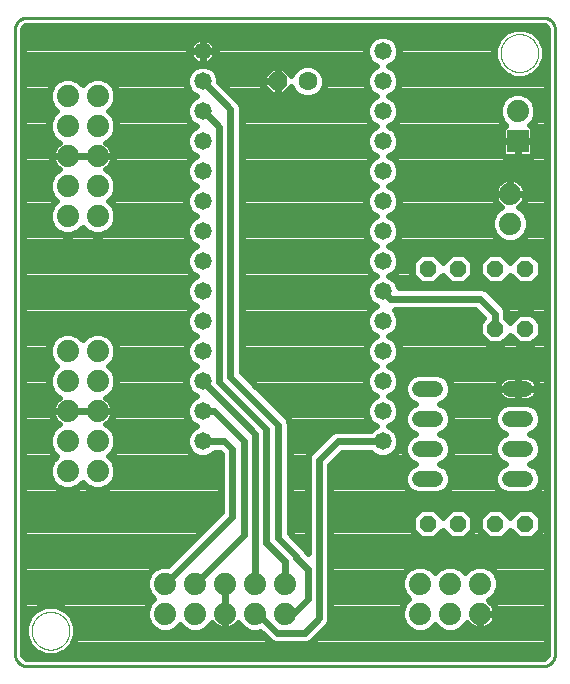
<source format=gtl>
G75*
%MOIN*%
%OFA0B0*%
%FSLAX25Y25*%
%IPPOS*%
%LPD*%
%AMOC8*
5,1,8,0,0,1.08239X$1,22.5*
%
%ADD10C,0.00000*%
%ADD11C,0.01000*%
%ADD12C,0.07400*%
%ADD13C,0.05800*%
%ADD14OC8,0.06300*%
%ADD15C,0.06300*%
%ADD16OC8,0.05200*%
%ADD17R,0.07400X0.07400*%
%ADD18C,0.05200*%
%ADD19C,0.02400*%
D10*
X0012712Y0019011D02*
X0012714Y0019169D01*
X0012720Y0019327D01*
X0012730Y0019485D01*
X0012744Y0019643D01*
X0012762Y0019800D01*
X0012783Y0019957D01*
X0012809Y0020113D01*
X0012839Y0020269D01*
X0012872Y0020424D01*
X0012910Y0020577D01*
X0012951Y0020730D01*
X0012996Y0020882D01*
X0013045Y0021033D01*
X0013098Y0021182D01*
X0013154Y0021330D01*
X0013214Y0021476D01*
X0013278Y0021621D01*
X0013346Y0021764D01*
X0013417Y0021906D01*
X0013491Y0022046D01*
X0013569Y0022183D01*
X0013651Y0022319D01*
X0013735Y0022453D01*
X0013824Y0022584D01*
X0013915Y0022713D01*
X0014010Y0022840D01*
X0014107Y0022965D01*
X0014208Y0023087D01*
X0014312Y0023206D01*
X0014419Y0023323D01*
X0014529Y0023437D01*
X0014642Y0023548D01*
X0014757Y0023657D01*
X0014875Y0023762D01*
X0014996Y0023864D01*
X0015119Y0023964D01*
X0015245Y0024060D01*
X0015373Y0024153D01*
X0015503Y0024243D01*
X0015636Y0024329D01*
X0015771Y0024413D01*
X0015907Y0024492D01*
X0016046Y0024569D01*
X0016187Y0024641D01*
X0016329Y0024711D01*
X0016473Y0024776D01*
X0016619Y0024838D01*
X0016766Y0024896D01*
X0016915Y0024951D01*
X0017065Y0025002D01*
X0017216Y0025049D01*
X0017368Y0025092D01*
X0017521Y0025131D01*
X0017676Y0025167D01*
X0017831Y0025198D01*
X0017987Y0025226D01*
X0018143Y0025250D01*
X0018300Y0025270D01*
X0018458Y0025286D01*
X0018615Y0025298D01*
X0018774Y0025306D01*
X0018932Y0025310D01*
X0019090Y0025310D01*
X0019248Y0025306D01*
X0019407Y0025298D01*
X0019564Y0025286D01*
X0019722Y0025270D01*
X0019879Y0025250D01*
X0020035Y0025226D01*
X0020191Y0025198D01*
X0020346Y0025167D01*
X0020501Y0025131D01*
X0020654Y0025092D01*
X0020806Y0025049D01*
X0020957Y0025002D01*
X0021107Y0024951D01*
X0021256Y0024896D01*
X0021403Y0024838D01*
X0021549Y0024776D01*
X0021693Y0024711D01*
X0021835Y0024641D01*
X0021976Y0024569D01*
X0022115Y0024492D01*
X0022251Y0024413D01*
X0022386Y0024329D01*
X0022519Y0024243D01*
X0022649Y0024153D01*
X0022777Y0024060D01*
X0022903Y0023964D01*
X0023026Y0023864D01*
X0023147Y0023762D01*
X0023265Y0023657D01*
X0023380Y0023548D01*
X0023493Y0023437D01*
X0023603Y0023323D01*
X0023710Y0023206D01*
X0023814Y0023087D01*
X0023915Y0022965D01*
X0024012Y0022840D01*
X0024107Y0022713D01*
X0024198Y0022584D01*
X0024287Y0022453D01*
X0024371Y0022319D01*
X0024453Y0022183D01*
X0024531Y0022046D01*
X0024605Y0021906D01*
X0024676Y0021764D01*
X0024744Y0021621D01*
X0024808Y0021476D01*
X0024868Y0021330D01*
X0024924Y0021182D01*
X0024977Y0021033D01*
X0025026Y0020882D01*
X0025071Y0020730D01*
X0025112Y0020577D01*
X0025150Y0020424D01*
X0025183Y0020269D01*
X0025213Y0020113D01*
X0025239Y0019957D01*
X0025260Y0019800D01*
X0025278Y0019643D01*
X0025292Y0019485D01*
X0025302Y0019327D01*
X0025308Y0019169D01*
X0025310Y0019011D01*
X0025308Y0018853D01*
X0025302Y0018695D01*
X0025292Y0018537D01*
X0025278Y0018379D01*
X0025260Y0018222D01*
X0025239Y0018065D01*
X0025213Y0017909D01*
X0025183Y0017753D01*
X0025150Y0017598D01*
X0025112Y0017445D01*
X0025071Y0017292D01*
X0025026Y0017140D01*
X0024977Y0016989D01*
X0024924Y0016840D01*
X0024868Y0016692D01*
X0024808Y0016546D01*
X0024744Y0016401D01*
X0024676Y0016258D01*
X0024605Y0016116D01*
X0024531Y0015976D01*
X0024453Y0015839D01*
X0024371Y0015703D01*
X0024287Y0015569D01*
X0024198Y0015438D01*
X0024107Y0015309D01*
X0024012Y0015182D01*
X0023915Y0015057D01*
X0023814Y0014935D01*
X0023710Y0014816D01*
X0023603Y0014699D01*
X0023493Y0014585D01*
X0023380Y0014474D01*
X0023265Y0014365D01*
X0023147Y0014260D01*
X0023026Y0014158D01*
X0022903Y0014058D01*
X0022777Y0013962D01*
X0022649Y0013869D01*
X0022519Y0013779D01*
X0022386Y0013693D01*
X0022251Y0013609D01*
X0022115Y0013530D01*
X0021976Y0013453D01*
X0021835Y0013381D01*
X0021693Y0013311D01*
X0021549Y0013246D01*
X0021403Y0013184D01*
X0021256Y0013126D01*
X0021107Y0013071D01*
X0020957Y0013020D01*
X0020806Y0012973D01*
X0020654Y0012930D01*
X0020501Y0012891D01*
X0020346Y0012855D01*
X0020191Y0012824D01*
X0020035Y0012796D01*
X0019879Y0012772D01*
X0019722Y0012752D01*
X0019564Y0012736D01*
X0019407Y0012724D01*
X0019248Y0012716D01*
X0019090Y0012712D01*
X0018932Y0012712D01*
X0018774Y0012716D01*
X0018615Y0012724D01*
X0018458Y0012736D01*
X0018300Y0012752D01*
X0018143Y0012772D01*
X0017987Y0012796D01*
X0017831Y0012824D01*
X0017676Y0012855D01*
X0017521Y0012891D01*
X0017368Y0012930D01*
X0017216Y0012973D01*
X0017065Y0013020D01*
X0016915Y0013071D01*
X0016766Y0013126D01*
X0016619Y0013184D01*
X0016473Y0013246D01*
X0016329Y0013311D01*
X0016187Y0013381D01*
X0016046Y0013453D01*
X0015907Y0013530D01*
X0015771Y0013609D01*
X0015636Y0013693D01*
X0015503Y0013779D01*
X0015373Y0013869D01*
X0015245Y0013962D01*
X0015119Y0014058D01*
X0014996Y0014158D01*
X0014875Y0014260D01*
X0014757Y0014365D01*
X0014642Y0014474D01*
X0014529Y0014585D01*
X0014419Y0014699D01*
X0014312Y0014816D01*
X0014208Y0014935D01*
X0014107Y0015057D01*
X0014010Y0015182D01*
X0013915Y0015309D01*
X0013824Y0015438D01*
X0013735Y0015569D01*
X0013651Y0015703D01*
X0013569Y0015839D01*
X0013491Y0015976D01*
X0013417Y0016116D01*
X0013346Y0016258D01*
X0013278Y0016401D01*
X0013214Y0016546D01*
X0013154Y0016692D01*
X0013098Y0016840D01*
X0013045Y0016989D01*
X0012996Y0017140D01*
X0012951Y0017292D01*
X0012910Y0017445D01*
X0012872Y0017598D01*
X0012839Y0017753D01*
X0012809Y0017909D01*
X0012783Y0018065D01*
X0012762Y0018222D01*
X0012744Y0018379D01*
X0012730Y0018537D01*
X0012720Y0018695D01*
X0012714Y0018853D01*
X0012712Y0019011D01*
X0169011Y0211590D02*
X0169013Y0211748D01*
X0169019Y0211906D01*
X0169029Y0212064D01*
X0169043Y0212222D01*
X0169061Y0212379D01*
X0169082Y0212536D01*
X0169108Y0212692D01*
X0169138Y0212848D01*
X0169171Y0213003D01*
X0169209Y0213156D01*
X0169250Y0213309D01*
X0169295Y0213461D01*
X0169344Y0213612D01*
X0169397Y0213761D01*
X0169453Y0213909D01*
X0169513Y0214055D01*
X0169577Y0214200D01*
X0169645Y0214343D01*
X0169716Y0214485D01*
X0169790Y0214625D01*
X0169868Y0214762D01*
X0169950Y0214898D01*
X0170034Y0215032D01*
X0170123Y0215163D01*
X0170214Y0215292D01*
X0170309Y0215419D01*
X0170406Y0215544D01*
X0170507Y0215666D01*
X0170611Y0215785D01*
X0170718Y0215902D01*
X0170828Y0216016D01*
X0170941Y0216127D01*
X0171056Y0216236D01*
X0171174Y0216341D01*
X0171295Y0216443D01*
X0171418Y0216543D01*
X0171544Y0216639D01*
X0171672Y0216732D01*
X0171802Y0216822D01*
X0171935Y0216908D01*
X0172070Y0216992D01*
X0172206Y0217071D01*
X0172345Y0217148D01*
X0172486Y0217220D01*
X0172628Y0217290D01*
X0172772Y0217355D01*
X0172918Y0217417D01*
X0173065Y0217475D01*
X0173214Y0217530D01*
X0173364Y0217581D01*
X0173515Y0217628D01*
X0173667Y0217671D01*
X0173820Y0217710D01*
X0173975Y0217746D01*
X0174130Y0217777D01*
X0174286Y0217805D01*
X0174442Y0217829D01*
X0174599Y0217849D01*
X0174757Y0217865D01*
X0174914Y0217877D01*
X0175073Y0217885D01*
X0175231Y0217889D01*
X0175389Y0217889D01*
X0175547Y0217885D01*
X0175706Y0217877D01*
X0175863Y0217865D01*
X0176021Y0217849D01*
X0176178Y0217829D01*
X0176334Y0217805D01*
X0176490Y0217777D01*
X0176645Y0217746D01*
X0176800Y0217710D01*
X0176953Y0217671D01*
X0177105Y0217628D01*
X0177256Y0217581D01*
X0177406Y0217530D01*
X0177555Y0217475D01*
X0177702Y0217417D01*
X0177848Y0217355D01*
X0177992Y0217290D01*
X0178134Y0217220D01*
X0178275Y0217148D01*
X0178414Y0217071D01*
X0178550Y0216992D01*
X0178685Y0216908D01*
X0178818Y0216822D01*
X0178948Y0216732D01*
X0179076Y0216639D01*
X0179202Y0216543D01*
X0179325Y0216443D01*
X0179446Y0216341D01*
X0179564Y0216236D01*
X0179679Y0216127D01*
X0179792Y0216016D01*
X0179902Y0215902D01*
X0180009Y0215785D01*
X0180113Y0215666D01*
X0180214Y0215544D01*
X0180311Y0215419D01*
X0180406Y0215292D01*
X0180497Y0215163D01*
X0180586Y0215032D01*
X0180670Y0214898D01*
X0180752Y0214762D01*
X0180830Y0214625D01*
X0180904Y0214485D01*
X0180975Y0214343D01*
X0181043Y0214200D01*
X0181107Y0214055D01*
X0181167Y0213909D01*
X0181223Y0213761D01*
X0181276Y0213612D01*
X0181325Y0213461D01*
X0181370Y0213309D01*
X0181411Y0213156D01*
X0181449Y0213003D01*
X0181482Y0212848D01*
X0181512Y0212692D01*
X0181538Y0212536D01*
X0181559Y0212379D01*
X0181577Y0212222D01*
X0181591Y0212064D01*
X0181601Y0211906D01*
X0181607Y0211748D01*
X0181609Y0211590D01*
X0181607Y0211432D01*
X0181601Y0211274D01*
X0181591Y0211116D01*
X0181577Y0210958D01*
X0181559Y0210801D01*
X0181538Y0210644D01*
X0181512Y0210488D01*
X0181482Y0210332D01*
X0181449Y0210177D01*
X0181411Y0210024D01*
X0181370Y0209871D01*
X0181325Y0209719D01*
X0181276Y0209568D01*
X0181223Y0209419D01*
X0181167Y0209271D01*
X0181107Y0209125D01*
X0181043Y0208980D01*
X0180975Y0208837D01*
X0180904Y0208695D01*
X0180830Y0208555D01*
X0180752Y0208418D01*
X0180670Y0208282D01*
X0180586Y0208148D01*
X0180497Y0208017D01*
X0180406Y0207888D01*
X0180311Y0207761D01*
X0180214Y0207636D01*
X0180113Y0207514D01*
X0180009Y0207395D01*
X0179902Y0207278D01*
X0179792Y0207164D01*
X0179679Y0207053D01*
X0179564Y0206944D01*
X0179446Y0206839D01*
X0179325Y0206737D01*
X0179202Y0206637D01*
X0179076Y0206541D01*
X0178948Y0206448D01*
X0178818Y0206358D01*
X0178685Y0206272D01*
X0178550Y0206188D01*
X0178414Y0206109D01*
X0178275Y0206032D01*
X0178134Y0205960D01*
X0177992Y0205890D01*
X0177848Y0205825D01*
X0177702Y0205763D01*
X0177555Y0205705D01*
X0177406Y0205650D01*
X0177256Y0205599D01*
X0177105Y0205552D01*
X0176953Y0205509D01*
X0176800Y0205470D01*
X0176645Y0205434D01*
X0176490Y0205403D01*
X0176334Y0205375D01*
X0176178Y0205351D01*
X0176021Y0205331D01*
X0175863Y0205315D01*
X0175706Y0205303D01*
X0175547Y0205295D01*
X0175389Y0205291D01*
X0175231Y0205291D01*
X0175073Y0205295D01*
X0174914Y0205303D01*
X0174757Y0205315D01*
X0174599Y0205331D01*
X0174442Y0205351D01*
X0174286Y0205375D01*
X0174130Y0205403D01*
X0173975Y0205434D01*
X0173820Y0205470D01*
X0173667Y0205509D01*
X0173515Y0205552D01*
X0173364Y0205599D01*
X0173214Y0205650D01*
X0173065Y0205705D01*
X0172918Y0205763D01*
X0172772Y0205825D01*
X0172628Y0205890D01*
X0172486Y0205960D01*
X0172345Y0206032D01*
X0172206Y0206109D01*
X0172070Y0206188D01*
X0171935Y0206272D01*
X0171802Y0206358D01*
X0171672Y0206448D01*
X0171544Y0206541D01*
X0171418Y0206637D01*
X0171295Y0206737D01*
X0171174Y0206839D01*
X0171056Y0206944D01*
X0170941Y0207053D01*
X0170828Y0207164D01*
X0170718Y0207278D01*
X0170611Y0207395D01*
X0170507Y0207514D01*
X0170406Y0207636D01*
X0170309Y0207761D01*
X0170214Y0207888D01*
X0170123Y0208017D01*
X0170034Y0208148D01*
X0169950Y0208282D01*
X0169868Y0208418D01*
X0169790Y0208555D01*
X0169716Y0208695D01*
X0169645Y0208837D01*
X0169577Y0208980D01*
X0169513Y0209125D01*
X0169453Y0209271D01*
X0169397Y0209419D01*
X0169344Y0209568D01*
X0169295Y0209719D01*
X0169250Y0209871D01*
X0169209Y0210024D01*
X0169171Y0210177D01*
X0169138Y0210332D01*
X0169108Y0210488D01*
X0169082Y0210644D01*
X0169061Y0210801D01*
X0169043Y0210958D01*
X0169029Y0211116D01*
X0169019Y0211274D01*
X0169013Y0211432D01*
X0169011Y0211590D01*
D11*
X0007200Y0219464D02*
X0007200Y0011137D01*
X0007202Y0011013D01*
X0007208Y0010890D01*
X0007217Y0010766D01*
X0007231Y0010644D01*
X0007248Y0010521D01*
X0007270Y0010399D01*
X0007295Y0010278D01*
X0007324Y0010158D01*
X0007356Y0010039D01*
X0007393Y0009920D01*
X0007433Y0009803D01*
X0007476Y0009688D01*
X0007524Y0009573D01*
X0007575Y0009461D01*
X0007629Y0009350D01*
X0007687Y0009240D01*
X0007748Y0009133D01*
X0007813Y0009027D01*
X0007881Y0008924D01*
X0007952Y0008823D01*
X0008026Y0008724D01*
X0008103Y0008627D01*
X0008184Y0008533D01*
X0008267Y0008442D01*
X0008353Y0008353D01*
X0008442Y0008267D01*
X0008533Y0008184D01*
X0008627Y0008103D01*
X0008724Y0008026D01*
X0008823Y0007952D01*
X0008924Y0007881D01*
X0009027Y0007813D01*
X0009133Y0007748D01*
X0009240Y0007687D01*
X0009350Y0007629D01*
X0009461Y0007575D01*
X0009573Y0007524D01*
X0009688Y0007476D01*
X0009803Y0007433D01*
X0009920Y0007393D01*
X0010039Y0007356D01*
X0010158Y0007324D01*
X0010278Y0007295D01*
X0010399Y0007270D01*
X0010521Y0007248D01*
X0010644Y0007231D01*
X0010766Y0007217D01*
X0010890Y0007208D01*
X0011013Y0007202D01*
X0011137Y0007200D01*
X0183184Y0007200D01*
X0183308Y0007202D01*
X0183431Y0007208D01*
X0183555Y0007217D01*
X0183677Y0007231D01*
X0183800Y0007248D01*
X0183922Y0007270D01*
X0184043Y0007295D01*
X0184163Y0007324D01*
X0184282Y0007356D01*
X0184401Y0007393D01*
X0184518Y0007433D01*
X0184633Y0007476D01*
X0184748Y0007524D01*
X0184860Y0007575D01*
X0184971Y0007629D01*
X0185081Y0007687D01*
X0185188Y0007748D01*
X0185294Y0007813D01*
X0185397Y0007881D01*
X0185498Y0007952D01*
X0185597Y0008026D01*
X0185694Y0008103D01*
X0185788Y0008184D01*
X0185879Y0008267D01*
X0185968Y0008353D01*
X0186054Y0008442D01*
X0186137Y0008533D01*
X0186218Y0008627D01*
X0186295Y0008724D01*
X0186369Y0008823D01*
X0186440Y0008924D01*
X0186508Y0009027D01*
X0186573Y0009133D01*
X0186634Y0009240D01*
X0186692Y0009350D01*
X0186746Y0009461D01*
X0186797Y0009573D01*
X0186845Y0009688D01*
X0186888Y0009803D01*
X0186928Y0009920D01*
X0186965Y0010039D01*
X0186997Y0010158D01*
X0187026Y0010278D01*
X0187051Y0010399D01*
X0187073Y0010521D01*
X0187090Y0010644D01*
X0187104Y0010766D01*
X0187113Y0010890D01*
X0187119Y0011013D01*
X0187121Y0011137D01*
X0187121Y0219464D01*
X0187119Y0219588D01*
X0187113Y0219711D01*
X0187104Y0219835D01*
X0187090Y0219957D01*
X0187073Y0220080D01*
X0187051Y0220202D01*
X0187026Y0220323D01*
X0186997Y0220443D01*
X0186965Y0220562D01*
X0186928Y0220681D01*
X0186888Y0220798D01*
X0186845Y0220913D01*
X0186797Y0221028D01*
X0186746Y0221140D01*
X0186692Y0221251D01*
X0186634Y0221361D01*
X0186573Y0221468D01*
X0186508Y0221574D01*
X0186440Y0221677D01*
X0186369Y0221778D01*
X0186295Y0221877D01*
X0186218Y0221974D01*
X0186137Y0222068D01*
X0186054Y0222159D01*
X0185968Y0222248D01*
X0185879Y0222334D01*
X0185788Y0222417D01*
X0185694Y0222498D01*
X0185597Y0222575D01*
X0185498Y0222649D01*
X0185397Y0222720D01*
X0185294Y0222788D01*
X0185188Y0222853D01*
X0185081Y0222914D01*
X0184971Y0222972D01*
X0184860Y0223026D01*
X0184748Y0223077D01*
X0184633Y0223125D01*
X0184518Y0223168D01*
X0184401Y0223208D01*
X0184282Y0223245D01*
X0184163Y0223277D01*
X0184043Y0223306D01*
X0183922Y0223331D01*
X0183800Y0223353D01*
X0183677Y0223370D01*
X0183555Y0223384D01*
X0183431Y0223393D01*
X0183308Y0223399D01*
X0183184Y0223401D01*
X0011137Y0223401D01*
X0011013Y0223399D01*
X0010890Y0223393D01*
X0010766Y0223384D01*
X0010644Y0223370D01*
X0010521Y0223353D01*
X0010399Y0223331D01*
X0010278Y0223306D01*
X0010158Y0223277D01*
X0010039Y0223245D01*
X0009920Y0223208D01*
X0009803Y0223168D01*
X0009688Y0223125D01*
X0009573Y0223077D01*
X0009461Y0223026D01*
X0009350Y0222972D01*
X0009240Y0222914D01*
X0009133Y0222853D01*
X0009027Y0222788D01*
X0008924Y0222720D01*
X0008823Y0222649D01*
X0008724Y0222575D01*
X0008627Y0222498D01*
X0008533Y0222417D01*
X0008442Y0222334D01*
X0008353Y0222248D01*
X0008267Y0222159D01*
X0008184Y0222068D01*
X0008103Y0221974D01*
X0008026Y0221877D01*
X0007952Y0221778D01*
X0007881Y0221677D01*
X0007813Y0221574D01*
X0007748Y0221468D01*
X0007687Y0221361D01*
X0007629Y0221251D01*
X0007575Y0221140D01*
X0007524Y0221028D01*
X0007476Y0220913D01*
X0007433Y0220798D01*
X0007393Y0220681D01*
X0007356Y0220562D01*
X0007324Y0220443D01*
X0007295Y0220323D01*
X0007270Y0220202D01*
X0007248Y0220080D01*
X0007231Y0219957D01*
X0007217Y0219835D01*
X0007208Y0219711D01*
X0007202Y0219588D01*
X0007200Y0219464D01*
D12*
X0024700Y0197200D03*
X0024700Y0187200D03*
X0024700Y0177200D03*
X0024700Y0167200D03*
X0024700Y0157200D03*
X0034700Y0157200D03*
X0034700Y0167200D03*
X0034700Y0177200D03*
X0034700Y0187200D03*
X0034700Y0197200D03*
X0034700Y0112200D03*
X0034700Y0102200D03*
X0034700Y0092200D03*
X0034700Y0082200D03*
X0034700Y0072200D03*
X0024700Y0072200D03*
X0024700Y0082200D03*
X0024700Y0092200D03*
X0024700Y0102200D03*
X0024700Y0112200D03*
X0057200Y0034700D03*
X0057200Y0024700D03*
X0067200Y0024700D03*
X0067200Y0034700D03*
X0077200Y0034700D03*
X0077200Y0024700D03*
X0087200Y0024700D03*
X0087200Y0034700D03*
X0097200Y0034700D03*
X0097200Y0024700D03*
X0142200Y0024700D03*
X0142200Y0034700D03*
X0152200Y0034700D03*
X0152200Y0024700D03*
X0162200Y0024700D03*
X0162200Y0034700D03*
X0172200Y0154700D03*
X0172200Y0164700D03*
X0174700Y0192200D03*
D13*
X0129700Y0192200D03*
X0129700Y0182200D03*
X0129700Y0172200D03*
X0129700Y0162200D03*
X0129700Y0152200D03*
X0129700Y0142200D03*
X0129700Y0132200D03*
X0129700Y0122200D03*
X0129700Y0112200D03*
X0129700Y0102200D03*
X0129700Y0092200D03*
X0129700Y0082200D03*
X0069700Y0082200D03*
X0069700Y0092200D03*
X0069700Y0102200D03*
X0069700Y0112200D03*
X0069700Y0122200D03*
X0069700Y0132200D03*
X0069700Y0142200D03*
X0069700Y0152200D03*
X0069700Y0162200D03*
X0069700Y0172200D03*
X0069700Y0182200D03*
X0069700Y0192200D03*
X0069700Y0202200D03*
X0069700Y0212200D03*
X0129700Y0212200D03*
X0129700Y0202200D03*
D14*
X0094700Y0202200D03*
D15*
X0104700Y0202200D03*
D16*
X0144700Y0139700D03*
X0154700Y0139700D03*
X0167200Y0139700D03*
X0177200Y0139700D03*
X0177200Y0119700D03*
X0167200Y0119700D03*
X0167200Y0054700D03*
X0177200Y0054700D03*
X0154700Y0054700D03*
X0144700Y0054700D03*
D17*
X0174700Y0182200D03*
D18*
X0177300Y0099700D02*
X0172100Y0099700D01*
X0172100Y0089700D02*
X0177300Y0089700D01*
X0177300Y0079700D02*
X0172100Y0079700D01*
X0172100Y0069700D02*
X0177300Y0069700D01*
X0147300Y0069700D02*
X0142100Y0069700D01*
X0142100Y0079700D02*
X0147300Y0079700D01*
X0147300Y0089700D02*
X0142100Y0089700D01*
X0142100Y0099700D02*
X0147300Y0099700D01*
D19*
X0150899Y0095945D02*
X0170218Y0095945D01*
X0170488Y0095808D02*
X0171116Y0095603D01*
X0171769Y0095500D01*
X0174700Y0095500D01*
X0177631Y0095500D01*
X0178284Y0095603D01*
X0178912Y0095808D01*
X0179501Y0096108D01*
X0180036Y0096496D01*
X0180504Y0096964D01*
X0180892Y0097499D01*
X0181192Y0098088D01*
X0181397Y0098716D01*
X0181500Y0099369D01*
X0181500Y0099700D01*
X0181500Y0100031D01*
X0181397Y0100684D01*
X0181192Y0101312D01*
X0180892Y0101901D01*
X0180504Y0102436D01*
X0180036Y0102904D01*
X0179501Y0103292D01*
X0178912Y0103592D01*
X0178284Y0103797D01*
X0177631Y0103900D01*
X0174700Y0103900D01*
X0174700Y0099700D01*
X0174700Y0099700D01*
X0181500Y0099700D01*
X0174700Y0099700D01*
X0174700Y0099700D01*
X0174700Y0103900D01*
X0171769Y0103900D01*
X0171116Y0103797D01*
X0170488Y0103592D01*
X0169899Y0103292D01*
X0169364Y0102904D01*
X0168896Y0102436D01*
X0168508Y0101901D01*
X0168208Y0101312D01*
X0168003Y0100684D01*
X0167900Y0100031D01*
X0167900Y0099700D01*
X0174700Y0099700D01*
X0174700Y0095500D01*
X0174700Y0099700D01*
X0174700Y0099700D01*
X0174700Y0099700D01*
X0167900Y0099700D01*
X0167900Y0099369D01*
X0168003Y0098716D01*
X0168208Y0098088D01*
X0168508Y0097499D01*
X0168896Y0096964D01*
X0169364Y0096496D01*
X0169899Y0096108D01*
X0170488Y0095808D01*
X0171066Y0094900D02*
X0169154Y0094108D01*
X0167692Y0092646D01*
X0166900Y0090734D01*
X0166900Y0088666D01*
X0167692Y0086754D01*
X0169154Y0085292D01*
X0170583Y0084700D01*
X0169154Y0084108D01*
X0167692Y0082646D01*
X0166900Y0080734D01*
X0166900Y0078666D01*
X0167692Y0076754D01*
X0169154Y0075292D01*
X0170583Y0074700D01*
X0169154Y0074108D01*
X0167692Y0072646D01*
X0166900Y0070734D01*
X0166900Y0068666D01*
X0167692Y0066754D01*
X0169154Y0065292D01*
X0171066Y0064500D01*
X0178334Y0064500D01*
X0180246Y0065292D01*
X0181708Y0066754D01*
X0182500Y0068666D01*
X0182500Y0070734D01*
X0181708Y0072646D01*
X0180246Y0074108D01*
X0178817Y0074700D01*
X0180246Y0075292D01*
X0181708Y0076754D01*
X0182500Y0078666D01*
X0182500Y0080734D01*
X0181708Y0082646D01*
X0180246Y0084108D01*
X0178817Y0084700D01*
X0180246Y0085292D01*
X0181708Y0086754D01*
X0182500Y0088666D01*
X0182500Y0090734D01*
X0181708Y0092646D01*
X0180246Y0094108D01*
X0178334Y0094900D01*
X0171066Y0094900D01*
X0168592Y0093546D02*
X0150807Y0093546D01*
X0150246Y0094108D02*
X0148817Y0094700D01*
X0150246Y0095292D01*
X0151708Y0096754D01*
X0152500Y0098666D01*
X0152500Y0100734D01*
X0151708Y0102646D01*
X0150246Y0104108D01*
X0148334Y0104900D01*
X0141066Y0104900D01*
X0139154Y0104108D01*
X0137692Y0102646D01*
X0136900Y0100734D01*
X0136900Y0098666D01*
X0137692Y0096754D01*
X0139154Y0095292D01*
X0140583Y0094700D01*
X0139154Y0094108D01*
X0137692Y0092646D01*
X0136900Y0090734D01*
X0136900Y0088666D01*
X0137692Y0086754D01*
X0139154Y0085292D01*
X0140583Y0084700D01*
X0139154Y0084108D01*
X0137692Y0082646D01*
X0136900Y0080734D01*
X0136900Y0078666D01*
X0137692Y0076754D01*
X0139154Y0075292D01*
X0140583Y0074700D01*
X0139154Y0074108D01*
X0137692Y0072646D01*
X0136900Y0070734D01*
X0136900Y0068666D01*
X0137692Y0066754D01*
X0139154Y0065292D01*
X0141066Y0064500D01*
X0148334Y0064500D01*
X0150246Y0065292D01*
X0151708Y0066754D01*
X0152500Y0068666D01*
X0152500Y0070734D01*
X0151708Y0072646D01*
X0150246Y0074108D01*
X0148817Y0074700D01*
X0150246Y0075292D01*
X0151708Y0076754D01*
X0152500Y0078666D01*
X0152500Y0080734D01*
X0151708Y0082646D01*
X0150246Y0084108D01*
X0148817Y0084700D01*
X0150246Y0085292D01*
X0151708Y0086754D01*
X0152500Y0088666D01*
X0152500Y0090734D01*
X0151708Y0092646D01*
X0150246Y0094108D01*
X0152367Y0098343D02*
X0168125Y0098343D01*
X0168022Y0100742D02*
X0152497Y0100742D01*
X0151213Y0103140D02*
X0169690Y0103140D01*
X0174700Y0103140D02*
X0174700Y0103140D01*
X0174700Y0100742D02*
X0174700Y0100742D01*
X0174700Y0098343D02*
X0174700Y0098343D01*
X0174700Y0095945D02*
X0174700Y0095945D01*
X0179182Y0095945D02*
X0184421Y0095945D01*
X0184421Y0098343D02*
X0181275Y0098343D01*
X0181378Y0100742D02*
X0184421Y0100742D01*
X0184421Y0103140D02*
X0179710Y0103140D01*
X0184421Y0105539D02*
X0134139Y0105539D01*
X0134363Y0105315D02*
X0132815Y0106863D01*
X0132001Y0107200D01*
X0132815Y0107537D01*
X0134363Y0109084D01*
X0135200Y0111106D01*
X0135200Y0113294D01*
X0134363Y0115315D01*
X0132815Y0116863D01*
X0132001Y0117200D01*
X0132815Y0117537D01*
X0134363Y0119084D01*
X0135200Y0121106D01*
X0135200Y0123294D01*
X0134363Y0125315D01*
X0133778Y0125900D01*
X0160626Y0125900D01*
X0163336Y0123190D01*
X0162000Y0121854D01*
X0162000Y0117546D01*
X0165046Y0114500D01*
X0169354Y0114500D01*
X0172200Y0117346D01*
X0175046Y0114500D01*
X0179354Y0114500D01*
X0182400Y0117546D01*
X0182400Y0121854D01*
X0179354Y0124900D01*
X0175046Y0124900D01*
X0172200Y0122054D01*
X0171000Y0123254D01*
X0171000Y0125456D01*
X0170421Y0126853D01*
X0169353Y0127921D01*
X0165421Y0131853D01*
X0164353Y0132921D01*
X0162956Y0133500D01*
X0135115Y0133500D01*
X0134363Y0135315D01*
X0132815Y0136863D01*
X0132001Y0137200D01*
X0132815Y0137537D01*
X0134363Y0139084D01*
X0135200Y0141106D01*
X0135200Y0143294D01*
X0134363Y0145315D01*
X0132815Y0146863D01*
X0132001Y0147200D01*
X0132815Y0147537D01*
X0134363Y0149084D01*
X0135200Y0151106D01*
X0135200Y0153294D01*
X0134363Y0155315D01*
X0132815Y0156863D01*
X0132001Y0157200D01*
X0132815Y0157537D01*
X0134363Y0159084D01*
X0135200Y0161106D01*
X0135200Y0163294D01*
X0134363Y0165315D01*
X0132815Y0166863D01*
X0132001Y0167200D01*
X0132815Y0167537D01*
X0134363Y0169084D01*
X0135200Y0171106D01*
X0135200Y0173294D01*
X0134363Y0175315D01*
X0132815Y0176863D01*
X0132001Y0177200D01*
X0132815Y0177537D01*
X0134363Y0179084D01*
X0135200Y0181106D01*
X0135200Y0183294D01*
X0134363Y0185315D01*
X0132815Y0186863D01*
X0132001Y0187200D01*
X0132815Y0187537D01*
X0134363Y0189084D01*
X0135200Y0191106D01*
X0135200Y0193294D01*
X0134363Y0195315D01*
X0132815Y0196863D01*
X0132001Y0197200D01*
X0132815Y0197537D01*
X0134363Y0199084D01*
X0135200Y0201106D01*
X0135200Y0203294D01*
X0134363Y0205315D01*
X0132815Y0206863D01*
X0132001Y0207200D01*
X0132815Y0207537D01*
X0134363Y0209084D01*
X0135200Y0211106D01*
X0135200Y0213294D01*
X0134363Y0215315D01*
X0132815Y0216863D01*
X0130794Y0217700D01*
X0128606Y0217700D01*
X0126584Y0216863D01*
X0125037Y0215315D01*
X0124200Y0213294D01*
X0124200Y0211106D01*
X0125037Y0209084D01*
X0126584Y0207537D01*
X0127399Y0207200D01*
X0126584Y0206863D01*
X0125037Y0205315D01*
X0124200Y0203294D01*
X0124200Y0201106D01*
X0125037Y0199084D01*
X0126584Y0197537D01*
X0127399Y0197200D01*
X0126584Y0196863D01*
X0125037Y0195315D01*
X0124200Y0193294D01*
X0124200Y0191106D01*
X0125037Y0189084D01*
X0126584Y0187537D01*
X0127399Y0187200D01*
X0126584Y0186863D01*
X0125037Y0185315D01*
X0124200Y0183294D01*
X0124200Y0181106D01*
X0125037Y0179084D01*
X0126584Y0177537D01*
X0127399Y0177200D01*
X0126584Y0176863D01*
X0125037Y0175315D01*
X0124200Y0173294D01*
X0124200Y0171106D01*
X0125037Y0169084D01*
X0126584Y0167537D01*
X0127399Y0167200D01*
X0126584Y0166863D01*
X0125037Y0165315D01*
X0124200Y0163294D01*
X0124200Y0161106D01*
X0125037Y0159084D01*
X0126584Y0157537D01*
X0127399Y0157200D01*
X0126584Y0156863D01*
X0125037Y0155315D01*
X0124200Y0153294D01*
X0124200Y0151106D01*
X0125037Y0149084D01*
X0126584Y0147537D01*
X0127399Y0147200D01*
X0126584Y0146863D01*
X0125037Y0145315D01*
X0124200Y0143294D01*
X0124200Y0141106D01*
X0125037Y0139084D01*
X0126584Y0137537D01*
X0127399Y0137200D01*
X0126584Y0136863D01*
X0125037Y0135315D01*
X0124200Y0133294D01*
X0124200Y0131106D01*
X0125037Y0129084D01*
X0126584Y0127537D01*
X0127399Y0127200D01*
X0126584Y0126863D01*
X0125037Y0125315D01*
X0124200Y0123294D01*
X0124200Y0121106D01*
X0125037Y0119084D01*
X0126584Y0117537D01*
X0127399Y0117200D01*
X0126584Y0116863D01*
X0125037Y0115315D01*
X0124200Y0113294D01*
X0124200Y0111106D01*
X0125037Y0109084D01*
X0126584Y0107537D01*
X0127399Y0107200D01*
X0126584Y0106863D01*
X0125037Y0105315D01*
X0124200Y0103294D01*
X0124200Y0101106D01*
X0125037Y0099084D01*
X0126584Y0097537D01*
X0127399Y0097200D01*
X0126584Y0096863D01*
X0125037Y0095315D01*
X0124200Y0093294D01*
X0124200Y0091106D01*
X0125037Y0089084D01*
X0126584Y0087537D01*
X0127399Y0087200D01*
X0126584Y0086863D01*
X0125722Y0086000D01*
X0113944Y0086000D01*
X0112547Y0085421D01*
X0111479Y0084353D01*
X0106347Y0079221D01*
X0105279Y0078153D01*
X0104700Y0076756D01*
X0104700Y0045074D01*
X0104486Y0045288D01*
X0104221Y0045927D01*
X0098687Y0051461D01*
X0098687Y0088517D01*
X0098108Y0089914D01*
X0097040Y0090982D01*
X0082800Y0105222D01*
X0082800Y0193656D01*
X0082221Y0195053D01*
X0081153Y0196121D01*
X0081153Y0196121D01*
X0075200Y0202074D01*
X0075200Y0203294D01*
X0074363Y0205315D01*
X0072815Y0206863D01*
X0070794Y0207700D01*
X0068606Y0207700D01*
X0066584Y0206863D01*
X0065037Y0205315D01*
X0064200Y0203294D01*
X0064200Y0201106D01*
X0065037Y0199084D01*
X0066584Y0197537D01*
X0067399Y0197200D01*
X0066584Y0196863D01*
X0065037Y0195315D01*
X0064200Y0193294D01*
X0064200Y0191106D01*
X0065037Y0189084D01*
X0066584Y0187537D01*
X0067399Y0187200D01*
X0066584Y0186863D01*
X0065037Y0185315D01*
X0064200Y0183294D01*
X0064200Y0181106D01*
X0065037Y0179084D01*
X0066584Y0177537D01*
X0067399Y0177200D01*
X0066584Y0176863D01*
X0065037Y0175315D01*
X0064200Y0173294D01*
X0064200Y0171106D01*
X0065037Y0169084D01*
X0066584Y0167537D01*
X0067399Y0167200D01*
X0066584Y0166863D01*
X0065037Y0165315D01*
X0064200Y0163294D01*
X0064200Y0161106D01*
X0065037Y0159084D01*
X0066584Y0157537D01*
X0067399Y0157200D01*
X0066584Y0156863D01*
X0065037Y0155315D01*
X0064200Y0153294D01*
X0064200Y0151106D01*
X0065037Y0149084D01*
X0066584Y0147537D01*
X0067399Y0147200D01*
X0066584Y0146863D01*
X0065037Y0145315D01*
X0064200Y0143294D01*
X0064200Y0141106D01*
X0065037Y0139084D01*
X0066584Y0137537D01*
X0067399Y0137200D01*
X0066584Y0136863D01*
X0065037Y0135315D01*
X0064200Y0133294D01*
X0064200Y0131106D01*
X0065037Y0129084D01*
X0066584Y0127537D01*
X0067399Y0127200D01*
X0066584Y0126863D01*
X0065037Y0125315D01*
X0064200Y0123294D01*
X0064200Y0121106D01*
X0065037Y0119084D01*
X0066584Y0117537D01*
X0067399Y0117200D01*
X0066584Y0116863D01*
X0065037Y0115315D01*
X0064200Y0113294D01*
X0064200Y0111106D01*
X0065037Y0109084D01*
X0066584Y0107537D01*
X0067399Y0107200D01*
X0066584Y0106863D01*
X0065037Y0105315D01*
X0064200Y0103294D01*
X0064200Y0101106D01*
X0065037Y0099084D01*
X0066584Y0097537D01*
X0067399Y0097200D01*
X0066584Y0096863D01*
X0065037Y0095315D01*
X0064200Y0093294D01*
X0064200Y0091106D01*
X0065037Y0089084D01*
X0066584Y0087537D01*
X0067399Y0087200D01*
X0066584Y0086863D01*
X0065037Y0085315D01*
X0064200Y0083294D01*
X0064200Y0081106D01*
X0065037Y0079084D01*
X0066584Y0077537D01*
X0068606Y0076700D01*
X0070794Y0076700D01*
X0072815Y0077537D01*
X0073678Y0078400D01*
X0075426Y0078400D01*
X0075800Y0078026D01*
X0075800Y0058674D01*
X0058126Y0041000D01*
X0055947Y0041000D01*
X0053631Y0040041D01*
X0051859Y0038269D01*
X0050900Y0035953D01*
X0050900Y0033447D01*
X0051859Y0031131D01*
X0053290Y0029700D01*
X0051859Y0028269D01*
X0050900Y0025953D01*
X0050900Y0023447D01*
X0051859Y0021131D01*
X0053631Y0019359D01*
X0055947Y0018400D01*
X0058453Y0018400D01*
X0060769Y0019359D01*
X0062200Y0020790D01*
X0063631Y0019359D01*
X0065947Y0018400D01*
X0068453Y0018400D01*
X0070769Y0019359D01*
X0072541Y0021131D01*
X0072795Y0021746D01*
X0073157Y0021247D01*
X0073747Y0020657D01*
X0074422Y0020167D01*
X0075166Y0019788D01*
X0075959Y0019530D01*
X0076783Y0019400D01*
X0077200Y0019400D01*
X0077617Y0019400D01*
X0078441Y0019530D01*
X0079234Y0019788D01*
X0079978Y0020167D01*
X0080653Y0020657D01*
X0081243Y0021247D01*
X0081605Y0021746D01*
X0081859Y0021131D01*
X0083631Y0019359D01*
X0085947Y0018400D01*
X0088453Y0018400D01*
X0088993Y0018624D01*
X0092438Y0015179D01*
X0093835Y0014600D01*
X0104530Y0014600D01*
X0105927Y0015179D01*
X0111721Y0020973D01*
X0112300Y0022370D01*
X0112300Y0074426D01*
X0116274Y0078400D01*
X0125722Y0078400D01*
X0126584Y0077537D01*
X0128606Y0076700D01*
X0130794Y0076700D01*
X0132815Y0077537D01*
X0134363Y0079084D01*
X0135200Y0081106D01*
X0135200Y0083294D01*
X0134363Y0085315D01*
X0132815Y0086863D01*
X0132001Y0087200D01*
X0132815Y0087537D01*
X0134363Y0089084D01*
X0135200Y0091106D01*
X0135200Y0093294D01*
X0134363Y0095315D01*
X0132815Y0096863D01*
X0132001Y0097200D01*
X0132815Y0097537D01*
X0134363Y0099084D01*
X0135200Y0101106D01*
X0135200Y0103294D01*
X0134363Y0105315D01*
X0135200Y0103140D02*
X0138187Y0103140D01*
X0136903Y0100742D02*
X0135049Y0100742D01*
X0133622Y0098343D02*
X0137033Y0098343D01*
X0138501Y0095945D02*
X0133733Y0095945D01*
X0135095Y0093546D02*
X0138592Y0093546D01*
X0137071Y0091148D02*
X0135200Y0091148D01*
X0134028Y0088749D02*
X0136900Y0088749D01*
X0138095Y0086351D02*
X0133327Y0086351D01*
X0134927Y0083952D02*
X0138998Y0083952D01*
X0137239Y0081554D02*
X0135200Y0081554D01*
X0134392Y0079155D02*
X0136900Y0079155D01*
X0137691Y0076757D02*
X0130931Y0076757D01*
X0128469Y0076757D02*
X0114631Y0076757D01*
X0112300Y0074358D02*
X0139758Y0074358D01*
X0137408Y0071960D02*
X0112300Y0071960D01*
X0112300Y0069561D02*
X0136900Y0069561D01*
X0137522Y0067163D02*
X0112300Y0067163D01*
X0112300Y0064764D02*
X0140428Y0064764D01*
X0142546Y0059900D02*
X0139500Y0056854D01*
X0139500Y0052546D01*
X0142546Y0049500D01*
X0146854Y0049500D01*
X0149700Y0052346D01*
X0152546Y0049500D01*
X0156854Y0049500D01*
X0159900Y0052546D01*
X0159900Y0056854D01*
X0156854Y0059900D01*
X0152546Y0059900D01*
X0149700Y0057054D01*
X0146854Y0059900D01*
X0142546Y0059900D01*
X0140215Y0057569D02*
X0112300Y0057569D01*
X0112300Y0059967D02*
X0184421Y0059967D01*
X0184421Y0057569D02*
X0181685Y0057569D01*
X0182400Y0056854D02*
X0179354Y0059900D01*
X0175046Y0059900D01*
X0172200Y0057054D01*
X0169354Y0059900D01*
X0165046Y0059900D01*
X0162000Y0056854D01*
X0162000Y0052546D01*
X0165046Y0049500D01*
X0169354Y0049500D01*
X0172200Y0052346D01*
X0175046Y0049500D01*
X0179354Y0049500D01*
X0182400Y0052546D01*
X0182400Y0056854D01*
X0182400Y0055170D02*
X0184421Y0055170D01*
X0184421Y0052772D02*
X0182400Y0052772D01*
X0184421Y0050373D02*
X0180227Y0050373D01*
X0184421Y0047975D02*
X0112300Y0047975D01*
X0112300Y0050373D02*
X0141673Y0050373D01*
X0139500Y0052772D02*
X0112300Y0052772D01*
X0112300Y0055170D02*
X0139500Y0055170D01*
X0147727Y0050373D02*
X0151673Y0050373D01*
X0157727Y0050373D02*
X0164173Y0050373D01*
X0162000Y0052772D02*
X0159900Y0052772D01*
X0159900Y0055170D02*
X0162000Y0055170D01*
X0162715Y0057569D02*
X0159185Y0057569D01*
X0150215Y0057569D02*
X0149185Y0057569D01*
X0148972Y0064764D02*
X0170428Y0064764D01*
X0167522Y0067163D02*
X0151877Y0067163D01*
X0152500Y0069561D02*
X0166900Y0069561D01*
X0167408Y0071960D02*
X0151992Y0071960D01*
X0149642Y0074358D02*
X0169758Y0074358D01*
X0167691Y0076757D02*
X0151709Y0076757D01*
X0152500Y0079155D02*
X0166900Y0079155D01*
X0167239Y0081554D02*
X0152161Y0081554D01*
X0150402Y0083952D02*
X0168998Y0083952D01*
X0168095Y0086351D02*
X0151305Y0086351D01*
X0152500Y0088749D02*
X0166900Y0088749D01*
X0167071Y0091148D02*
X0152329Y0091148D01*
X0134881Y0110336D02*
X0184421Y0110336D01*
X0184421Y0112734D02*
X0135200Y0112734D01*
X0134438Y0115133D02*
X0164413Y0115133D01*
X0162015Y0117532D02*
X0132801Y0117532D01*
X0134713Y0119930D02*
X0162000Y0119930D01*
X0162475Y0122329D02*
X0135200Y0122329D01*
X0134606Y0124727D02*
X0161799Y0124727D01*
X0162200Y0129700D02*
X0132200Y0129700D01*
X0129700Y0132200D01*
X0134775Y0134321D02*
X0184421Y0134321D01*
X0184421Y0131923D02*
X0165351Y0131923D01*
X0165046Y0134500D02*
X0169354Y0134500D01*
X0172200Y0137346D01*
X0175046Y0134500D01*
X0179354Y0134500D01*
X0182400Y0137546D01*
X0182400Y0141854D01*
X0179354Y0144900D01*
X0175046Y0144900D01*
X0172200Y0142054D01*
X0169354Y0144900D01*
X0165046Y0144900D01*
X0162000Y0141854D01*
X0162000Y0137546D01*
X0165046Y0134500D01*
X0162826Y0136720D02*
X0159074Y0136720D01*
X0159900Y0137546D02*
X0156854Y0134500D01*
X0152546Y0134500D01*
X0149700Y0137346D01*
X0146854Y0134500D01*
X0142546Y0134500D01*
X0139500Y0137546D01*
X0139500Y0141854D01*
X0142546Y0144900D01*
X0146854Y0144900D01*
X0149700Y0142054D01*
X0152546Y0144900D01*
X0156854Y0144900D01*
X0159900Y0141854D01*
X0159900Y0137546D01*
X0159900Y0139118D02*
X0162000Y0139118D01*
X0162000Y0141517D02*
X0159900Y0141517D01*
X0157839Y0143915D02*
X0164061Y0143915D01*
X0168631Y0149359D02*
X0170947Y0148400D01*
X0173453Y0148400D01*
X0175769Y0149359D01*
X0177541Y0151131D01*
X0178500Y0153447D01*
X0178500Y0155953D01*
X0177541Y0158269D01*
X0175769Y0160041D01*
X0175154Y0160295D01*
X0175653Y0160657D01*
X0176243Y0161247D01*
X0176733Y0161922D01*
X0177112Y0162666D01*
X0177369Y0163459D01*
X0177500Y0164283D01*
X0177500Y0164700D01*
X0177500Y0165117D01*
X0177369Y0165941D01*
X0177112Y0166734D01*
X0176733Y0167478D01*
X0176243Y0168153D01*
X0175653Y0168743D01*
X0174978Y0169233D01*
X0174234Y0169612D01*
X0173441Y0169869D01*
X0172617Y0170000D01*
X0172200Y0170000D01*
X0172200Y0164700D01*
X0177500Y0164700D01*
X0172200Y0164700D01*
X0172200Y0164700D01*
X0172200Y0164700D01*
X0172200Y0164700D01*
X0166900Y0164700D01*
X0166900Y0165117D01*
X0167030Y0165941D01*
X0167288Y0166734D01*
X0167667Y0167478D01*
X0168157Y0168153D01*
X0168747Y0168743D01*
X0169422Y0169233D01*
X0170166Y0169612D01*
X0170959Y0169869D01*
X0171783Y0170000D01*
X0172200Y0170000D01*
X0172200Y0164700D01*
X0166900Y0164700D01*
X0166900Y0164283D01*
X0167030Y0163459D01*
X0167288Y0162666D01*
X0167667Y0161922D01*
X0168157Y0161247D01*
X0168747Y0160657D01*
X0169246Y0160295D01*
X0168631Y0160041D01*
X0166859Y0158269D01*
X0165900Y0155953D01*
X0165900Y0153447D01*
X0166859Y0151131D01*
X0168631Y0149359D01*
X0170193Y0148712D02*
X0133990Y0148712D01*
X0133364Y0146314D02*
X0184421Y0146314D01*
X0184421Y0148712D02*
X0174207Y0148712D01*
X0177520Y0151111D02*
X0184421Y0151111D01*
X0184421Y0153509D02*
X0178500Y0153509D01*
X0178500Y0155908D02*
X0184421Y0155908D01*
X0184421Y0158306D02*
X0177503Y0158306D01*
X0175700Y0160705D02*
X0184421Y0160705D01*
X0184421Y0163103D02*
X0177254Y0163103D01*
X0177439Y0165502D02*
X0184421Y0165502D01*
X0184421Y0167900D02*
X0176426Y0167900D01*
X0172200Y0167900D02*
X0172200Y0167900D01*
X0172200Y0165502D02*
X0172200Y0165502D01*
X0167974Y0167900D02*
X0133178Y0167900D01*
X0134176Y0165502D02*
X0166961Y0165502D01*
X0167146Y0163103D02*
X0135200Y0163103D01*
X0135034Y0160705D02*
X0168700Y0160705D01*
X0166897Y0158306D02*
X0133584Y0158306D01*
X0133770Y0155908D02*
X0165900Y0155908D01*
X0165900Y0153509D02*
X0135111Y0153509D01*
X0135200Y0151111D02*
X0166880Y0151111D01*
X0170339Y0143915D02*
X0174061Y0143915D01*
X0180339Y0143915D02*
X0184421Y0143915D01*
X0184421Y0141517D02*
X0182400Y0141517D01*
X0182400Y0139118D02*
X0184421Y0139118D01*
X0184421Y0136720D02*
X0181574Y0136720D01*
X0184421Y0129524D02*
X0167750Y0129524D01*
X0170148Y0127126D02*
X0184421Y0127126D01*
X0184421Y0124727D02*
X0179527Y0124727D01*
X0181925Y0122329D02*
X0184421Y0122329D01*
X0184421Y0119930D02*
X0182400Y0119930D01*
X0182385Y0117532D02*
X0184421Y0117532D01*
X0184421Y0115133D02*
X0179987Y0115133D01*
X0174413Y0115133D02*
X0169987Y0115133D01*
X0167200Y0119700D02*
X0167200Y0124700D01*
X0162200Y0129700D01*
X0171000Y0124727D02*
X0174873Y0124727D01*
X0172475Y0122329D02*
X0171925Y0122329D01*
X0171573Y0136720D02*
X0172826Y0136720D01*
X0151561Y0143915D02*
X0147839Y0143915D01*
X0141561Y0143915D02*
X0134943Y0143915D01*
X0135200Y0141517D02*
X0139500Y0141517D01*
X0139500Y0139118D02*
X0134377Y0139118D01*
X0132959Y0136720D02*
X0140326Y0136720D01*
X0149073Y0136720D02*
X0150326Y0136720D01*
X0127219Y0127126D02*
X0082800Y0127126D01*
X0082800Y0129524D02*
X0124855Y0129524D01*
X0124200Y0131923D02*
X0082800Y0131923D01*
X0082800Y0134321D02*
X0124625Y0134321D01*
X0126441Y0136720D02*
X0082800Y0136720D01*
X0082800Y0139118D02*
X0125023Y0139118D01*
X0124200Y0141517D02*
X0082800Y0141517D01*
X0082800Y0143915D02*
X0124457Y0143915D01*
X0126035Y0146314D02*
X0082800Y0146314D01*
X0082800Y0148712D02*
X0125410Y0148712D01*
X0124200Y0151111D02*
X0082800Y0151111D01*
X0082800Y0153509D02*
X0124289Y0153509D01*
X0125630Y0155908D02*
X0082800Y0155908D01*
X0082800Y0158306D02*
X0125816Y0158306D01*
X0124366Y0160705D02*
X0082800Y0160705D01*
X0082800Y0163103D02*
X0124200Y0163103D01*
X0125224Y0165502D02*
X0082800Y0165502D01*
X0082800Y0167900D02*
X0126222Y0167900D01*
X0124534Y0170299D02*
X0082800Y0170299D01*
X0082800Y0172697D02*
X0124200Y0172697D01*
X0124946Y0175096D02*
X0082800Y0175096D01*
X0082800Y0177494D02*
X0126688Y0177494D01*
X0124702Y0179893D02*
X0082800Y0179893D01*
X0082800Y0182291D02*
X0124200Y0182291D01*
X0124778Y0184690D02*
X0082800Y0184690D01*
X0082800Y0187088D02*
X0127129Y0187088D01*
X0124871Y0189487D02*
X0082800Y0189487D01*
X0082800Y0191885D02*
X0124200Y0191885D01*
X0124610Y0194284D02*
X0082540Y0194284D01*
X0080592Y0196682D02*
X0102995Y0196682D01*
X0103556Y0196450D02*
X0105844Y0196450D01*
X0107957Y0197325D01*
X0109575Y0198943D01*
X0110450Y0201056D01*
X0110450Y0203344D01*
X0109575Y0205457D01*
X0107957Y0207075D01*
X0105844Y0207950D01*
X0103556Y0207950D01*
X0101443Y0207075D01*
X0099825Y0205457D01*
X0099338Y0204280D01*
X0096668Y0206950D01*
X0094700Y0206950D01*
X0094700Y0202200D01*
X0094700Y0202200D01*
X0094700Y0197450D01*
X0096668Y0197450D01*
X0099338Y0200120D01*
X0099825Y0198943D01*
X0101443Y0197325D01*
X0103556Y0196450D01*
X0106405Y0196682D02*
X0126404Y0196682D01*
X0125041Y0199081D02*
X0109632Y0199081D01*
X0110450Y0201479D02*
X0124200Y0201479D01*
X0124442Y0203878D02*
X0110229Y0203878D01*
X0108755Y0206276D02*
X0125998Y0206276D01*
X0125447Y0208675D02*
X0072504Y0208675D01*
X0072632Y0208768D02*
X0073132Y0209268D01*
X0073549Y0209841D01*
X0073870Y0210473D01*
X0074089Y0211146D01*
X0074200Y0211846D01*
X0074200Y0212200D01*
X0074200Y0212554D01*
X0074089Y0213254D01*
X0073870Y0213927D01*
X0073549Y0214559D01*
X0073132Y0215132D01*
X0072632Y0215632D01*
X0072059Y0216049D01*
X0071427Y0216370D01*
X0070754Y0216589D01*
X0070054Y0216700D01*
X0069700Y0216700D01*
X0069700Y0212200D01*
X0074200Y0212200D01*
X0069700Y0212200D01*
X0069700Y0212200D01*
X0069700Y0212200D01*
X0069700Y0207700D01*
X0070054Y0207700D01*
X0070754Y0207811D01*
X0071427Y0208030D01*
X0072059Y0208351D01*
X0072632Y0208768D01*
X0073402Y0206276D02*
X0092059Y0206276D01*
X0092732Y0206950D02*
X0089950Y0204168D01*
X0089950Y0202200D01*
X0094700Y0202200D01*
X0094700Y0202200D01*
X0094700Y0202200D01*
X0094700Y0206950D01*
X0092732Y0206950D01*
X0094700Y0206276D02*
X0094700Y0206276D01*
X0094700Y0203878D02*
X0094700Y0203878D01*
X0094700Y0202200D02*
X0089950Y0202200D01*
X0089950Y0200232D01*
X0092732Y0197450D01*
X0094700Y0197450D01*
X0094700Y0202200D01*
X0094700Y0201479D02*
X0094700Y0201479D01*
X0094700Y0199081D02*
X0094700Y0199081D01*
X0091102Y0199081D02*
X0078193Y0199081D01*
X0075795Y0201479D02*
X0089950Y0201479D01*
X0089950Y0203878D02*
X0074958Y0203878D01*
X0069700Y0202200D02*
X0079000Y0192900D01*
X0079000Y0103648D01*
X0094887Y0087761D01*
X0094887Y0049887D01*
X0101000Y0043774D01*
X0101000Y0043400D01*
X0104700Y0039700D01*
X0104700Y0029700D01*
X0099700Y0024700D01*
X0097200Y0024700D01*
X0094590Y0018400D02*
X0088290Y0024700D01*
X0087200Y0024700D01*
X0081669Y0021591D02*
X0081492Y0021591D01*
X0084033Y0019193D02*
X0070367Y0019193D01*
X0072731Y0021591D02*
X0072908Y0021591D01*
X0077200Y0021591D02*
X0077200Y0021591D01*
X0077200Y0019400D02*
X0077200Y0024700D01*
X0077200Y0024700D01*
X0077200Y0029400D01*
X0077200Y0034700D01*
X0077200Y0034700D01*
X0077200Y0024700D01*
X0077200Y0024700D01*
X0077200Y0019400D01*
X0077200Y0023990D02*
X0077200Y0023990D01*
X0077200Y0026388D02*
X0077200Y0026388D01*
X0077200Y0028787D02*
X0077200Y0028787D01*
X0077200Y0031185D02*
X0077200Y0031185D01*
X0077200Y0033584D02*
X0077200Y0033584D01*
X0067200Y0034700D02*
X0083400Y0050900D01*
X0083400Y0082200D01*
X0073400Y0092200D01*
X0069700Y0092200D01*
X0065667Y0095945D02*
X0038450Y0095945D01*
X0038743Y0095653D02*
X0038153Y0096243D01*
X0037654Y0096605D01*
X0038269Y0096859D01*
X0040041Y0098631D01*
X0041000Y0100947D01*
X0041000Y0103453D01*
X0040041Y0105769D01*
X0038610Y0107200D01*
X0040041Y0108631D01*
X0041000Y0110947D01*
X0041000Y0113453D01*
X0040041Y0115769D01*
X0038269Y0117541D01*
X0035953Y0118500D01*
X0033447Y0118500D01*
X0031131Y0117541D01*
X0029700Y0116110D01*
X0028269Y0117541D01*
X0025953Y0118500D01*
X0023447Y0118500D01*
X0021131Y0117541D01*
X0019359Y0115769D01*
X0018400Y0113453D01*
X0018400Y0110947D01*
X0019359Y0108631D01*
X0020790Y0107200D01*
X0019359Y0105769D01*
X0018400Y0103453D01*
X0018400Y0100947D01*
X0019359Y0098631D01*
X0021131Y0096859D01*
X0021746Y0096605D01*
X0021247Y0096243D01*
X0020657Y0095653D01*
X0020167Y0094978D01*
X0019788Y0094234D01*
X0019530Y0093441D01*
X0019400Y0092617D01*
X0019400Y0092200D01*
X0024700Y0092200D01*
X0034700Y0092200D01*
X0040000Y0092200D01*
X0040000Y0092617D01*
X0039869Y0093441D01*
X0039612Y0094234D01*
X0039233Y0094978D01*
X0038743Y0095653D01*
X0039835Y0093546D02*
X0064305Y0093546D01*
X0064200Y0091148D02*
X0039899Y0091148D01*
X0039869Y0090959D02*
X0040000Y0091783D01*
X0040000Y0092200D01*
X0034700Y0092200D01*
X0034700Y0092200D01*
X0034700Y0092200D01*
X0029400Y0092200D01*
X0024700Y0092200D01*
X0024700Y0092200D01*
X0024700Y0092200D01*
X0019400Y0092200D01*
X0019400Y0091783D01*
X0019530Y0090959D01*
X0019788Y0090166D01*
X0020167Y0089422D01*
X0020657Y0088747D01*
X0021247Y0088157D01*
X0021746Y0087795D01*
X0021131Y0087541D01*
X0019359Y0085769D01*
X0018400Y0083453D01*
X0018400Y0080947D01*
X0019359Y0078631D01*
X0020790Y0077200D01*
X0019359Y0075769D01*
X0018400Y0073453D01*
X0018400Y0070947D01*
X0019359Y0068631D01*
X0021131Y0066859D01*
X0023447Y0065900D01*
X0025953Y0065900D01*
X0028269Y0066859D01*
X0029700Y0068290D01*
X0031131Y0066859D01*
X0033447Y0065900D01*
X0035953Y0065900D01*
X0038269Y0066859D01*
X0040041Y0068631D01*
X0041000Y0070947D01*
X0041000Y0073453D01*
X0040041Y0075769D01*
X0038610Y0077200D01*
X0040041Y0078631D01*
X0041000Y0080947D01*
X0041000Y0083453D01*
X0040041Y0085769D01*
X0038269Y0087541D01*
X0037654Y0087795D01*
X0038153Y0088157D01*
X0038743Y0088747D01*
X0039233Y0089422D01*
X0039612Y0090166D01*
X0039869Y0090959D01*
X0038744Y0088749D02*
X0065372Y0088749D01*
X0066073Y0086351D02*
X0039459Y0086351D01*
X0040793Y0083952D02*
X0064473Y0083952D01*
X0064200Y0081554D02*
X0041000Y0081554D01*
X0040258Y0079155D02*
X0065008Y0079155D01*
X0068469Y0076757D02*
X0039053Y0076757D01*
X0040625Y0074358D02*
X0075800Y0074358D01*
X0075800Y0071960D02*
X0041000Y0071960D01*
X0040426Y0069561D02*
X0075800Y0069561D01*
X0075800Y0067163D02*
X0038572Y0067163D01*
X0030828Y0067163D02*
X0028572Y0067163D01*
X0020828Y0067163D02*
X0009900Y0067163D01*
X0009900Y0069561D02*
X0018974Y0069561D01*
X0018400Y0071960D02*
X0009900Y0071960D01*
X0009900Y0074358D02*
X0018775Y0074358D01*
X0020347Y0076757D02*
X0009900Y0076757D01*
X0009900Y0079155D02*
X0019142Y0079155D01*
X0018400Y0081554D02*
X0009900Y0081554D01*
X0009900Y0083952D02*
X0018607Y0083952D01*
X0019941Y0086351D02*
X0009900Y0086351D01*
X0009900Y0088749D02*
X0020656Y0088749D01*
X0019501Y0091148D02*
X0009900Y0091148D01*
X0009900Y0093546D02*
X0019565Y0093546D01*
X0020950Y0095945D02*
X0009900Y0095945D01*
X0009900Y0098343D02*
X0019647Y0098343D01*
X0018485Y0100742D02*
X0009900Y0100742D01*
X0009900Y0103140D02*
X0018400Y0103140D01*
X0019264Y0105539D02*
X0009900Y0105539D01*
X0009900Y0107937D02*
X0020053Y0107937D01*
X0018653Y0110336D02*
X0009900Y0110336D01*
X0009900Y0112734D02*
X0018400Y0112734D01*
X0019096Y0115133D02*
X0009900Y0115133D01*
X0009900Y0117532D02*
X0021122Y0117532D01*
X0028278Y0117532D02*
X0031122Y0117532D01*
X0038278Y0117532D02*
X0066599Y0117532D01*
X0064962Y0115133D02*
X0040304Y0115133D01*
X0041000Y0112734D02*
X0064200Y0112734D01*
X0064519Y0110336D02*
X0040747Y0110336D01*
X0039347Y0107937D02*
X0066184Y0107937D01*
X0065261Y0105539D02*
X0040136Y0105539D01*
X0041000Y0103140D02*
X0064200Y0103140D01*
X0064351Y0100742D02*
X0040915Y0100742D01*
X0039753Y0098343D02*
X0065778Y0098343D01*
X0069700Y0102200D02*
X0087200Y0084700D01*
X0087200Y0034700D01*
X0097200Y0034700D02*
X0097200Y0042200D01*
X0091000Y0048400D01*
X0091000Y0086274D01*
X0075200Y0102074D01*
X0075200Y0186978D01*
X0069700Y0192478D01*
X0069700Y0192200D01*
X0064610Y0194284D02*
X0040311Y0194284D01*
X0040041Y0193631D02*
X0041000Y0195947D01*
X0041000Y0198453D01*
X0040041Y0200769D01*
X0038269Y0202541D01*
X0035953Y0203500D01*
X0033447Y0203500D01*
X0031131Y0202541D01*
X0029700Y0201110D01*
X0028269Y0202541D01*
X0025953Y0203500D01*
X0023447Y0203500D01*
X0021131Y0202541D01*
X0019359Y0200769D01*
X0018400Y0198453D01*
X0018400Y0195947D01*
X0019359Y0193631D01*
X0020790Y0192200D01*
X0019359Y0190769D01*
X0018400Y0188453D01*
X0018400Y0185947D01*
X0019359Y0183631D01*
X0021131Y0181859D01*
X0021746Y0181605D01*
X0021247Y0181243D01*
X0020657Y0180653D01*
X0020167Y0179978D01*
X0019788Y0179234D01*
X0019530Y0178441D01*
X0019400Y0177617D01*
X0019400Y0177200D01*
X0024700Y0177200D01*
X0034700Y0177200D01*
X0040000Y0177200D01*
X0040000Y0177617D01*
X0039869Y0178441D01*
X0039612Y0179234D01*
X0039233Y0179978D01*
X0038743Y0180653D01*
X0038153Y0181243D01*
X0037654Y0181605D01*
X0038269Y0181859D01*
X0040041Y0183631D01*
X0041000Y0185947D01*
X0041000Y0188453D01*
X0040041Y0190769D01*
X0038610Y0192200D01*
X0040041Y0193631D01*
X0038924Y0191885D02*
X0064200Y0191885D01*
X0064871Y0189487D02*
X0040572Y0189487D01*
X0041000Y0187088D02*
X0067129Y0187088D01*
X0064778Y0184690D02*
X0040479Y0184690D01*
X0038701Y0182291D02*
X0064200Y0182291D01*
X0064702Y0179893D02*
X0039276Y0179893D01*
X0040000Y0177494D02*
X0066688Y0177494D01*
X0064946Y0175096D02*
X0039576Y0175096D01*
X0039612Y0175166D02*
X0039869Y0175959D01*
X0040000Y0176783D01*
X0040000Y0177200D01*
X0034700Y0177200D01*
X0034700Y0177200D01*
X0034700Y0177200D01*
X0029400Y0177200D01*
X0024700Y0177200D01*
X0024700Y0177200D01*
X0024700Y0177200D01*
X0019400Y0177200D01*
X0019400Y0176783D01*
X0019530Y0175959D01*
X0019788Y0175166D01*
X0020167Y0174422D01*
X0020657Y0173747D01*
X0021247Y0173157D01*
X0021746Y0172795D01*
X0021131Y0172541D01*
X0019359Y0170769D01*
X0018400Y0168453D01*
X0018400Y0165947D01*
X0019359Y0163631D01*
X0020790Y0162200D01*
X0019359Y0160769D01*
X0018400Y0158453D01*
X0018400Y0155947D01*
X0019359Y0153631D01*
X0021131Y0151859D01*
X0023447Y0150900D01*
X0025953Y0150900D01*
X0028269Y0151859D01*
X0029700Y0153290D01*
X0031131Y0151859D01*
X0033447Y0150900D01*
X0035953Y0150900D01*
X0038269Y0151859D01*
X0040041Y0153631D01*
X0041000Y0155947D01*
X0041000Y0158453D01*
X0040041Y0160769D01*
X0038610Y0162200D01*
X0040041Y0163631D01*
X0041000Y0165947D01*
X0041000Y0168453D01*
X0040041Y0170769D01*
X0038269Y0172541D01*
X0037654Y0172795D01*
X0038153Y0173157D01*
X0038743Y0173747D01*
X0039233Y0174422D01*
X0039612Y0175166D01*
X0037891Y0172697D02*
X0064200Y0172697D01*
X0064534Y0170299D02*
X0040236Y0170299D01*
X0041000Y0167900D02*
X0066222Y0167900D01*
X0065224Y0165502D02*
X0040816Y0165502D01*
X0039513Y0163103D02*
X0064200Y0163103D01*
X0064366Y0160705D02*
X0040067Y0160705D01*
X0041000Y0158306D02*
X0065816Y0158306D01*
X0065630Y0155908D02*
X0040984Y0155908D01*
X0039919Y0153509D02*
X0064289Y0153509D01*
X0064200Y0151111D02*
X0036462Y0151111D01*
X0032938Y0151111D02*
X0026462Y0151111D01*
X0022938Y0151111D02*
X0009900Y0151111D01*
X0009900Y0153509D02*
X0019481Y0153509D01*
X0018416Y0155908D02*
X0009900Y0155908D01*
X0009900Y0158306D02*
X0018400Y0158306D01*
X0019333Y0160705D02*
X0009900Y0160705D01*
X0009900Y0163103D02*
X0019887Y0163103D01*
X0018584Y0165502D02*
X0009900Y0165502D01*
X0009900Y0167900D02*
X0018400Y0167900D01*
X0019164Y0170299D02*
X0009900Y0170299D01*
X0009900Y0172697D02*
X0021509Y0172697D01*
X0019824Y0175096D02*
X0009900Y0175096D01*
X0009900Y0177494D02*
X0019400Y0177494D01*
X0020124Y0179893D02*
X0009900Y0179893D01*
X0009900Y0182291D02*
X0020699Y0182291D01*
X0018921Y0184690D02*
X0009900Y0184690D01*
X0009900Y0187088D02*
X0018400Y0187088D01*
X0018828Y0189487D02*
X0009900Y0189487D01*
X0009900Y0191885D02*
X0020476Y0191885D01*
X0019089Y0194284D02*
X0009900Y0194284D01*
X0009900Y0196682D02*
X0018400Y0196682D01*
X0018660Y0199081D02*
X0009900Y0199081D01*
X0009900Y0201479D02*
X0020070Y0201479D01*
X0029330Y0201479D02*
X0030070Y0201479D01*
X0039330Y0201479D02*
X0064200Y0201479D01*
X0064442Y0203878D02*
X0009900Y0203878D01*
X0009900Y0206276D02*
X0065998Y0206276D01*
X0067341Y0208351D02*
X0067973Y0208030D01*
X0068646Y0207811D01*
X0069346Y0207700D01*
X0069700Y0207700D01*
X0069700Y0212200D01*
X0069700Y0212200D01*
X0069700Y0212200D01*
X0065200Y0212200D01*
X0065200Y0212554D01*
X0065311Y0213254D01*
X0065530Y0213927D01*
X0065851Y0214559D01*
X0066268Y0215132D01*
X0066768Y0215632D01*
X0067341Y0216049D01*
X0067973Y0216370D01*
X0068646Y0216589D01*
X0069346Y0216700D01*
X0069700Y0216700D01*
X0069700Y0212200D01*
X0065200Y0212200D01*
X0065200Y0211846D01*
X0065311Y0211146D01*
X0065530Y0210473D01*
X0065851Y0209841D01*
X0066268Y0209268D01*
X0066768Y0208768D01*
X0067341Y0208351D01*
X0066896Y0208675D02*
X0009900Y0208675D01*
X0009900Y0211073D02*
X0065334Y0211073D01*
X0065382Y0213472D02*
X0009900Y0213472D01*
X0009900Y0215870D02*
X0067096Y0215870D01*
X0069700Y0215870D02*
X0069700Y0215870D01*
X0069700Y0213472D02*
X0069700Y0213472D01*
X0069700Y0211073D02*
X0069700Y0211073D01*
X0069700Y0208675D02*
X0069700Y0208675D01*
X0074066Y0211073D02*
X0124213Y0211073D01*
X0124274Y0213472D02*
X0074018Y0213472D01*
X0072304Y0215870D02*
X0125592Y0215870D01*
X0133808Y0215870D02*
X0167884Y0215870D01*
X0168105Y0216404D02*
X0166811Y0213280D01*
X0166811Y0209899D01*
X0168105Y0206775D01*
X0170496Y0204384D01*
X0173620Y0203091D01*
X0177001Y0203091D01*
X0180125Y0204384D01*
X0182516Y0206775D01*
X0183809Y0209899D01*
X0183809Y0213280D01*
X0182516Y0216404D01*
X0180125Y0218795D01*
X0177001Y0220089D01*
X0173620Y0220089D01*
X0170496Y0218795D01*
X0168105Y0216404D01*
X0169970Y0218269D02*
X0009900Y0218269D01*
X0009900Y0219464D02*
X0009924Y0219705D01*
X0010108Y0220151D01*
X0010450Y0220492D01*
X0010896Y0220677D01*
X0011137Y0220701D01*
X0183184Y0220701D01*
X0183426Y0220677D01*
X0183871Y0220492D01*
X0184213Y0220151D01*
X0184397Y0219705D01*
X0184421Y0219464D01*
X0184421Y0011137D01*
X0184397Y0010896D01*
X0184213Y0010450D01*
X0183871Y0010108D01*
X0183426Y0009924D01*
X0183184Y0009900D01*
X0011137Y0009900D01*
X0010896Y0009924D01*
X0010450Y0010108D01*
X0010108Y0010450D01*
X0009924Y0010896D01*
X0009900Y0011137D01*
X0009900Y0219464D01*
X0010873Y0220668D02*
X0183449Y0220668D01*
X0184421Y0218269D02*
X0180651Y0218269D01*
X0182737Y0215870D02*
X0184421Y0215870D01*
X0184421Y0213472D02*
X0183730Y0213472D01*
X0183809Y0211073D02*
X0184421Y0211073D01*
X0184421Y0208675D02*
X0183302Y0208675D01*
X0184421Y0206276D02*
X0182017Y0206276D01*
X0184421Y0203878D02*
X0178902Y0203878D01*
X0175953Y0198500D02*
X0173447Y0198500D01*
X0171131Y0197541D01*
X0169359Y0195769D01*
X0168400Y0193453D01*
X0168400Y0190947D01*
X0169359Y0188631D01*
X0170554Y0187437D01*
X0170382Y0187391D01*
X0170018Y0187180D01*
X0169720Y0186882D01*
X0169509Y0186518D01*
X0169400Y0186111D01*
X0169400Y0182200D01*
X0174700Y0182200D01*
X0180000Y0182200D01*
X0180000Y0186111D01*
X0179891Y0186518D01*
X0179680Y0186882D01*
X0179382Y0187180D01*
X0179018Y0187391D01*
X0178846Y0187437D01*
X0180041Y0188631D01*
X0181000Y0190947D01*
X0181000Y0193453D01*
X0180041Y0195769D01*
X0178269Y0197541D01*
X0175953Y0198500D01*
X0179127Y0196682D02*
X0184421Y0196682D01*
X0184421Y0194284D02*
X0180656Y0194284D01*
X0181000Y0191885D02*
X0184421Y0191885D01*
X0184421Y0189487D02*
X0180395Y0189487D01*
X0179474Y0187088D02*
X0184421Y0187088D01*
X0184421Y0184690D02*
X0180000Y0184690D01*
X0180000Y0182291D02*
X0184421Y0182291D01*
X0184421Y0179893D02*
X0180000Y0179893D01*
X0180000Y0178289D02*
X0180000Y0182200D01*
X0174700Y0182200D01*
X0174700Y0182200D01*
X0174700Y0176900D01*
X0178611Y0176900D01*
X0179018Y0177009D01*
X0179382Y0177220D01*
X0179680Y0177518D01*
X0179891Y0177882D01*
X0180000Y0178289D01*
X0179657Y0177494D02*
X0184421Y0177494D01*
X0184421Y0175096D02*
X0134454Y0175096D01*
X0135200Y0172697D02*
X0184421Y0172697D01*
X0184421Y0170299D02*
X0134866Y0170299D01*
X0132712Y0177494D02*
X0169743Y0177494D01*
X0169720Y0177518D02*
X0170018Y0177220D01*
X0170382Y0177009D01*
X0170789Y0176900D01*
X0174700Y0176900D01*
X0174700Y0182200D01*
X0174700Y0182200D01*
X0174700Y0182200D01*
X0169400Y0182200D01*
X0169400Y0178289D01*
X0169509Y0177882D01*
X0169720Y0177518D01*
X0169400Y0179893D02*
X0134697Y0179893D01*
X0135200Y0182291D02*
X0169400Y0182291D01*
X0169400Y0184690D02*
X0134622Y0184690D01*
X0132271Y0187088D02*
X0169926Y0187088D01*
X0169005Y0189487D02*
X0134529Y0189487D01*
X0135200Y0191885D02*
X0168400Y0191885D01*
X0168744Y0194284D02*
X0134790Y0194284D01*
X0132996Y0196682D02*
X0170273Y0196682D01*
X0171719Y0203878D02*
X0134958Y0203878D01*
X0135200Y0201479D02*
X0184421Y0201479D01*
X0184421Y0199081D02*
X0134359Y0199081D01*
X0133402Y0206276D02*
X0168604Y0206276D01*
X0167318Y0208675D02*
X0133953Y0208675D01*
X0135187Y0211073D02*
X0166811Y0211073D01*
X0166890Y0213472D02*
X0135126Y0213472D01*
X0100645Y0206276D02*
X0097341Y0206276D01*
X0098298Y0199081D02*
X0099768Y0199081D01*
X0066404Y0196682D02*
X0041000Y0196682D01*
X0040740Y0199081D02*
X0065041Y0199081D01*
X0065410Y0148712D02*
X0009900Y0148712D01*
X0009900Y0146314D02*
X0066035Y0146314D01*
X0064457Y0143915D02*
X0009900Y0143915D01*
X0009900Y0141517D02*
X0064200Y0141517D01*
X0065023Y0139118D02*
X0009900Y0139118D01*
X0009900Y0136720D02*
X0066441Y0136720D01*
X0064625Y0134321D02*
X0009900Y0134321D01*
X0009900Y0131923D02*
X0064200Y0131923D01*
X0064855Y0129524D02*
X0009900Y0129524D01*
X0009900Y0127126D02*
X0067219Y0127126D01*
X0064794Y0124727D02*
X0009900Y0124727D01*
X0009900Y0122329D02*
X0064200Y0122329D01*
X0064687Y0119930D02*
X0009900Y0119930D01*
X0009900Y0064764D02*
X0075800Y0064764D01*
X0075800Y0062366D02*
X0009900Y0062366D01*
X0009900Y0059967D02*
X0075800Y0059967D01*
X0074695Y0057569D02*
X0009900Y0057569D01*
X0009900Y0055170D02*
X0072296Y0055170D01*
X0069898Y0052772D02*
X0009900Y0052772D01*
X0009900Y0050373D02*
X0067499Y0050373D01*
X0065101Y0047975D02*
X0009900Y0047975D01*
X0009900Y0045576D02*
X0062702Y0045576D01*
X0060304Y0043178D02*
X0009900Y0043178D01*
X0009900Y0040779D02*
X0055414Y0040779D01*
X0051971Y0038381D02*
X0009900Y0038381D01*
X0009900Y0035982D02*
X0050912Y0035982D01*
X0050900Y0033584D02*
X0009900Y0033584D01*
X0009900Y0031185D02*
X0051837Y0031185D01*
X0052377Y0028787D02*
X0009900Y0028787D01*
X0009900Y0026388D02*
X0014611Y0026388D01*
X0014197Y0026216D02*
X0011806Y0023825D01*
X0010512Y0020702D01*
X0010512Y0017320D01*
X0011806Y0014197D01*
X0014197Y0011806D01*
X0017320Y0010512D01*
X0020702Y0010512D01*
X0023825Y0011806D01*
X0026216Y0014197D01*
X0027510Y0017320D01*
X0027510Y0020702D01*
X0026216Y0023825D01*
X0023825Y0026216D01*
X0020702Y0027510D01*
X0017320Y0027510D01*
X0014197Y0026216D01*
X0011970Y0023990D02*
X0009900Y0023990D01*
X0009900Y0021591D02*
X0010880Y0021591D01*
X0010512Y0019193D02*
X0009900Y0019193D01*
X0009900Y0016794D02*
X0010730Y0016794D01*
X0009900Y0014396D02*
X0011723Y0014396D01*
X0009900Y0011997D02*
X0014005Y0011997D01*
X0024017Y0011997D02*
X0184421Y0011997D01*
X0184421Y0014396D02*
X0026299Y0014396D01*
X0027292Y0016794D02*
X0090822Y0016794D01*
X0094590Y0018400D02*
X0103774Y0018400D01*
X0108500Y0023126D01*
X0108500Y0076000D01*
X0114700Y0082200D01*
X0129700Y0082200D01*
X0126073Y0086351D02*
X0098687Y0086351D01*
X0098687Y0083952D02*
X0111078Y0083952D01*
X0111479Y0084353D02*
X0111479Y0084353D01*
X0108680Y0081554D02*
X0098687Y0081554D01*
X0098687Y0079155D02*
X0106281Y0079155D01*
X0104700Y0076757D02*
X0098687Y0076757D01*
X0098687Y0074358D02*
X0104700Y0074358D01*
X0104700Y0071960D02*
X0098687Y0071960D01*
X0098687Y0069561D02*
X0104700Y0069561D01*
X0104700Y0067163D02*
X0098687Y0067163D01*
X0098687Y0064764D02*
X0104700Y0064764D01*
X0104700Y0062366D02*
X0098687Y0062366D01*
X0098687Y0059967D02*
X0104700Y0059967D01*
X0104700Y0057569D02*
X0098687Y0057569D01*
X0098687Y0055170D02*
X0104700Y0055170D01*
X0104700Y0052772D02*
X0098687Y0052772D01*
X0099775Y0050373D02*
X0104700Y0050373D01*
X0104700Y0047975D02*
X0102173Y0047975D01*
X0104367Y0045576D02*
X0104700Y0045576D01*
X0112300Y0045576D02*
X0184421Y0045576D01*
X0184421Y0043178D02*
X0112300Y0043178D01*
X0112300Y0040779D02*
X0140414Y0040779D01*
X0140947Y0041000D02*
X0138631Y0040041D01*
X0136859Y0038269D01*
X0135900Y0035953D01*
X0135900Y0033447D01*
X0136859Y0031131D01*
X0138290Y0029700D01*
X0136859Y0028269D01*
X0135900Y0025953D01*
X0135900Y0023447D01*
X0136859Y0021131D01*
X0138631Y0019359D01*
X0140947Y0018400D01*
X0143453Y0018400D01*
X0145769Y0019359D01*
X0147200Y0020790D01*
X0148631Y0019359D01*
X0150947Y0018400D01*
X0153453Y0018400D01*
X0155769Y0019359D01*
X0157541Y0021131D01*
X0157795Y0021746D01*
X0158157Y0021247D01*
X0158747Y0020657D01*
X0159422Y0020167D01*
X0160166Y0019788D01*
X0160959Y0019530D01*
X0161783Y0019400D01*
X0162200Y0019400D01*
X0162617Y0019400D01*
X0163441Y0019530D01*
X0164234Y0019788D01*
X0164978Y0020167D01*
X0165653Y0020657D01*
X0166243Y0021247D01*
X0166733Y0021922D01*
X0167112Y0022666D01*
X0167369Y0023459D01*
X0167500Y0024283D01*
X0167500Y0024700D01*
X0167500Y0025117D01*
X0167369Y0025941D01*
X0167112Y0026734D01*
X0166733Y0027478D01*
X0166243Y0028153D01*
X0165653Y0028743D01*
X0165154Y0029105D01*
X0165769Y0029359D01*
X0167541Y0031131D01*
X0168500Y0033447D01*
X0168500Y0035953D01*
X0167541Y0038269D01*
X0165769Y0040041D01*
X0163453Y0041000D01*
X0160947Y0041000D01*
X0158631Y0040041D01*
X0157200Y0038610D01*
X0155769Y0040041D01*
X0153453Y0041000D01*
X0150947Y0041000D01*
X0148631Y0040041D01*
X0147200Y0038610D01*
X0145769Y0040041D01*
X0143453Y0041000D01*
X0140947Y0041000D01*
X0143986Y0040779D02*
X0150414Y0040779D01*
X0153986Y0040779D02*
X0160414Y0040779D01*
X0163986Y0040779D02*
X0184421Y0040779D01*
X0184421Y0038381D02*
X0167429Y0038381D01*
X0168488Y0035982D02*
X0184421Y0035982D01*
X0184421Y0033584D02*
X0168500Y0033584D01*
X0167563Y0031185D02*
X0184421Y0031185D01*
X0184421Y0028787D02*
X0165592Y0028787D01*
X0167224Y0026388D02*
X0184421Y0026388D01*
X0184421Y0023990D02*
X0167454Y0023990D01*
X0167500Y0024700D02*
X0162200Y0024700D01*
X0167500Y0024700D01*
X0166492Y0021591D02*
X0184421Y0021591D01*
X0184421Y0019193D02*
X0155367Y0019193D01*
X0157731Y0021591D02*
X0157908Y0021591D01*
X0162200Y0021591D02*
X0162200Y0021591D01*
X0162200Y0019400D02*
X0162200Y0024700D01*
X0162200Y0024700D01*
X0162200Y0024700D01*
X0162200Y0019400D01*
X0162200Y0023990D02*
X0162200Y0023990D01*
X0149033Y0019193D02*
X0145367Y0019193D01*
X0139033Y0019193D02*
X0109941Y0019193D01*
X0111977Y0021591D02*
X0136669Y0021591D01*
X0135900Y0023990D02*
X0112300Y0023990D01*
X0112300Y0026388D02*
X0136080Y0026388D01*
X0137377Y0028787D02*
X0112300Y0028787D01*
X0112300Y0031185D02*
X0136837Y0031185D01*
X0135900Y0033584D02*
X0112300Y0033584D01*
X0112300Y0035982D02*
X0135912Y0035982D01*
X0136971Y0038381D02*
X0112300Y0038381D01*
X0107542Y0016794D02*
X0184421Y0016794D01*
X0174173Y0050373D02*
X0170227Y0050373D01*
X0171685Y0057569D02*
X0172715Y0057569D01*
X0178972Y0064764D02*
X0184421Y0064764D01*
X0184421Y0062366D02*
X0112300Y0062366D01*
X0125372Y0088749D02*
X0098591Y0088749D01*
X0097040Y0090982D02*
X0097040Y0090982D01*
X0096874Y0091148D02*
X0124200Y0091148D01*
X0124305Y0093546D02*
X0094476Y0093546D01*
X0092077Y0095945D02*
X0125667Y0095945D01*
X0125778Y0098343D02*
X0089679Y0098343D01*
X0087280Y0100742D02*
X0124351Y0100742D01*
X0124200Y0103140D02*
X0084882Y0103140D01*
X0082800Y0105539D02*
X0125261Y0105539D01*
X0126184Y0107937D02*
X0082800Y0107937D01*
X0082800Y0110336D02*
X0124519Y0110336D01*
X0124200Y0112734D02*
X0082800Y0112734D01*
X0082800Y0115133D02*
X0124962Y0115133D01*
X0126599Y0117532D02*
X0082800Y0117532D01*
X0082800Y0119930D02*
X0124687Y0119930D01*
X0124200Y0122329D02*
X0082800Y0122329D01*
X0082800Y0124727D02*
X0124794Y0124727D01*
X0133216Y0107937D02*
X0184421Y0107937D01*
X0184421Y0093546D02*
X0180807Y0093546D01*
X0182329Y0091148D02*
X0184421Y0091148D01*
X0184421Y0088749D02*
X0182500Y0088749D01*
X0181305Y0086351D02*
X0184421Y0086351D01*
X0184421Y0083952D02*
X0180402Y0083952D01*
X0182161Y0081554D02*
X0184421Y0081554D01*
X0184421Y0079155D02*
X0182500Y0079155D01*
X0181709Y0076757D02*
X0184421Y0076757D01*
X0184421Y0074358D02*
X0179642Y0074358D01*
X0181992Y0071960D02*
X0184421Y0071960D01*
X0184421Y0069561D02*
X0182500Y0069561D01*
X0181877Y0067163D02*
X0184421Y0067163D01*
X0174700Y0177494D02*
X0174700Y0177494D01*
X0174700Y0179893D02*
X0174700Y0179893D01*
X0077000Y0082200D02*
X0079600Y0079600D01*
X0079600Y0057100D01*
X0057200Y0034700D01*
X0051080Y0026388D02*
X0023411Y0026388D01*
X0026052Y0023990D02*
X0050900Y0023990D01*
X0051669Y0021591D02*
X0027142Y0021591D01*
X0027510Y0019193D02*
X0054033Y0019193D01*
X0060367Y0019193D02*
X0064033Y0019193D01*
X0070931Y0076757D02*
X0075800Y0076757D01*
X0077000Y0082200D02*
X0069700Y0082200D01*
M02*

</source>
